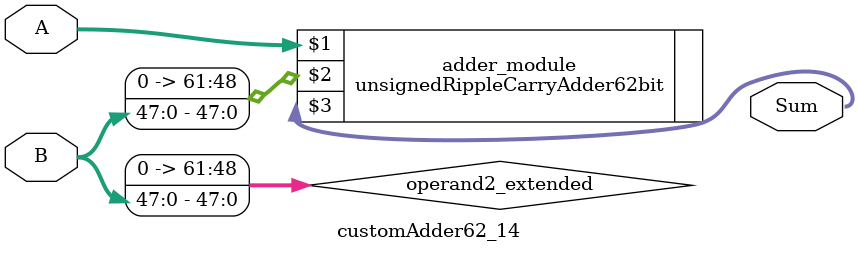
<source format=v>
module customAdder62_14(
                        input [61 : 0] A,
                        input [47 : 0] B,
                        
                        output [62 : 0] Sum
                );

        wire [61 : 0] operand2_extended;
        
        assign operand2_extended =  {14'b0, B};
        
        unsignedRippleCarryAdder62bit adder_module(
            A,
            operand2_extended,
            Sum
        );
        
        endmodule
        
</source>
